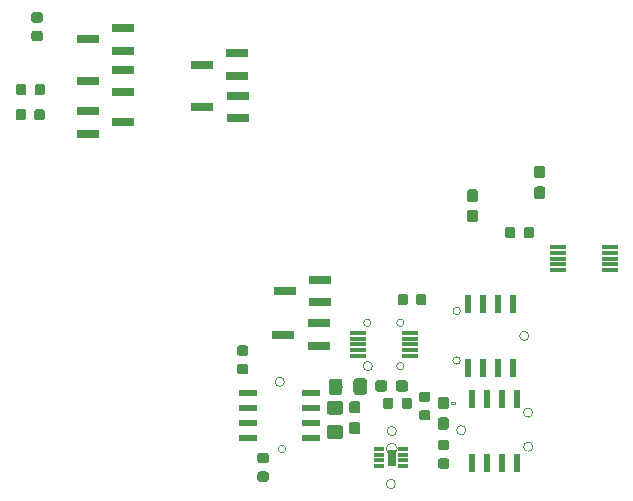
<source format=gtp>
G04 #@! TF.GenerationSoftware,KiCad,Pcbnew,5.1.4-e60b266~84~ubuntu16.04.1*
G04 #@! TF.CreationDate,2019-10-07T18:08:49-05:00*
G04 #@! TF.ProjectId,uno shield v.8 project SMD,756e6f20-7368-4696-956c-6420762e3820,rev?*
G04 #@! TF.SameCoordinates,Original*
G04 #@! TF.FileFunction,Paste,Top*
G04 #@! TF.FilePolarity,Positive*
%FSLAX46Y46*%
G04 Gerber Fmt 4.6, Leading zero omitted, Abs format (unit mm)*
G04 Created by KiCad (PCBNEW 5.1.4-e60b266~84~ubuntu16.04.1) date 2019-10-07 18:08:49*
%MOMM*%
%LPD*%
G04 APERTURE LIST*
%ADD10C,0.080000*%
%ADD11C,0.001000*%
%ADD12C,0.100000*%
%ADD13C,0.875000*%
%ADD14C,0.950000*%
%ADD15R,1.400000X0.300000*%
%ADD16R,0.863600X0.300000*%
%ADD17R,1.900000X0.800000*%
%ADD18R,0.600000X1.550000*%
%ADD19R,1.550000X0.600000*%
%ADD20C,1.150000*%
%ADD21C,1.135800*%
G04 APERTURE END LIST*
D10*
X137773182Y-121006608D02*
G75*
G03X137773182Y-121006608I-315284J0D01*
G01*
X147205275Y-120981252D02*
G75*
G03X147205275Y-120981252I-461570J0D01*
G01*
X152553396Y-113510306D02*
G75*
G03X152553396Y-113510306I-315284J0D01*
G01*
X158360718Y-111419640D02*
G75*
G03X158360718Y-111419640I-390498J0D01*
G01*
X152551647Y-109315411D02*
G75*
G03X152551647Y-109315411I-315284J0D01*
G01*
X147789772Y-113990414D02*
G75*
G03X147789772Y-113990414I-315284J0D01*
G01*
X147787523Y-110322000D02*
G75*
G03X147787523Y-110322000I-315284J0D01*
G01*
X144983308Y-110315673D02*
G75*
G03X144983308Y-110315673I-315284J0D01*
G01*
X158685838Y-117911880D02*
G75*
G03X158685838Y-117911880I-390498J0D01*
G01*
X158690918Y-120799860D02*
G75*
G03X158690918Y-120799860I-390498J0D01*
G01*
X153016558Y-119413020D02*
G75*
G03X153016558Y-119413020I-390498J0D01*
G01*
X147065338Y-123959620D02*
G75*
G03X147065338Y-123959620I-390498J0D01*
G01*
X147144078Y-119481600D02*
G75*
G03X147144078Y-119481600I-390498J0D01*
G01*
X137654638Y-115303300D02*
G75*
G03X137654638Y-115303300I-390498J0D01*
G01*
X145112078Y-113979960D02*
G75*
G03X145112078Y-113979960I-390498J0D01*
G01*
D11*
X152091820Y-117208740D02*
X151755799Y-117208740D01*
X151755799Y-117208740D02*
X151755765Y-116988740D01*
X152091820Y-116988740D02*
X152091820Y-117208740D01*
X151755799Y-116988740D02*
X152091820Y-116988740D01*
G36*
X146980000Y-122335000D02*
G01*
X146980000Y-121075000D01*
X146400000Y-121075000D01*
X146400000Y-122335000D01*
X146980000Y-122335000D01*
G37*
X146980000Y-122335000D02*
X146980000Y-121075000D01*
X146400000Y-121075000D01*
X146400000Y-122335000D01*
X146980000Y-122335000D01*
D12*
G36*
X146686331Y-116650533D02*
G01*
X146707566Y-116653683D01*
X146728390Y-116658899D01*
X146748602Y-116666131D01*
X146768008Y-116675310D01*
X146786421Y-116686346D01*
X146803664Y-116699134D01*
X146819570Y-116713550D01*
X146833986Y-116729456D01*
X146846774Y-116746699D01*
X146857810Y-116765112D01*
X146866989Y-116784518D01*
X146874221Y-116804730D01*
X146879437Y-116825554D01*
X146882587Y-116846789D01*
X146883640Y-116868230D01*
X146883640Y-117380730D01*
X146882587Y-117402171D01*
X146879437Y-117423406D01*
X146874221Y-117444230D01*
X146866989Y-117464442D01*
X146857810Y-117483848D01*
X146846774Y-117502261D01*
X146833986Y-117519504D01*
X146819570Y-117535410D01*
X146803664Y-117549826D01*
X146786421Y-117562614D01*
X146768008Y-117573650D01*
X146748602Y-117582829D01*
X146728390Y-117590061D01*
X146707566Y-117595277D01*
X146686331Y-117598427D01*
X146664890Y-117599480D01*
X146227390Y-117599480D01*
X146205949Y-117598427D01*
X146184714Y-117595277D01*
X146163890Y-117590061D01*
X146143678Y-117582829D01*
X146124272Y-117573650D01*
X146105859Y-117562614D01*
X146088616Y-117549826D01*
X146072710Y-117535410D01*
X146058294Y-117519504D01*
X146045506Y-117502261D01*
X146034470Y-117483848D01*
X146025291Y-117464442D01*
X146018059Y-117444230D01*
X146012843Y-117423406D01*
X146009693Y-117402171D01*
X146008640Y-117380730D01*
X146008640Y-116868230D01*
X146009693Y-116846789D01*
X146012843Y-116825554D01*
X146018059Y-116804730D01*
X146025291Y-116784518D01*
X146034470Y-116765112D01*
X146045506Y-116746699D01*
X146058294Y-116729456D01*
X146072710Y-116713550D01*
X146088616Y-116699134D01*
X146105859Y-116686346D01*
X146124272Y-116675310D01*
X146143678Y-116666131D01*
X146163890Y-116658899D01*
X146184714Y-116653683D01*
X146205949Y-116650533D01*
X146227390Y-116649480D01*
X146664890Y-116649480D01*
X146686331Y-116650533D01*
X146686331Y-116650533D01*
G37*
D13*
X146446140Y-117124480D03*
D12*
G36*
X148261331Y-116650533D02*
G01*
X148282566Y-116653683D01*
X148303390Y-116658899D01*
X148323602Y-116666131D01*
X148343008Y-116675310D01*
X148361421Y-116686346D01*
X148378664Y-116699134D01*
X148394570Y-116713550D01*
X148408986Y-116729456D01*
X148421774Y-116746699D01*
X148432810Y-116765112D01*
X148441989Y-116784518D01*
X148449221Y-116804730D01*
X148454437Y-116825554D01*
X148457587Y-116846789D01*
X148458640Y-116868230D01*
X148458640Y-117380730D01*
X148457587Y-117402171D01*
X148454437Y-117423406D01*
X148449221Y-117444230D01*
X148441989Y-117464442D01*
X148432810Y-117483848D01*
X148421774Y-117502261D01*
X148408986Y-117519504D01*
X148394570Y-117535410D01*
X148378664Y-117549826D01*
X148361421Y-117562614D01*
X148343008Y-117573650D01*
X148323602Y-117582829D01*
X148303390Y-117590061D01*
X148282566Y-117595277D01*
X148261331Y-117598427D01*
X148239890Y-117599480D01*
X147802390Y-117599480D01*
X147780949Y-117598427D01*
X147759714Y-117595277D01*
X147738890Y-117590061D01*
X147718678Y-117582829D01*
X147699272Y-117573650D01*
X147680859Y-117562614D01*
X147663616Y-117549826D01*
X147647710Y-117535410D01*
X147633294Y-117519504D01*
X147620506Y-117502261D01*
X147609470Y-117483848D01*
X147600291Y-117464442D01*
X147593059Y-117444230D01*
X147587843Y-117423406D01*
X147584693Y-117402171D01*
X147583640Y-117380730D01*
X147583640Y-116868230D01*
X147584693Y-116846789D01*
X147587843Y-116825554D01*
X147593059Y-116804730D01*
X147600291Y-116784518D01*
X147609470Y-116765112D01*
X147620506Y-116746699D01*
X147633294Y-116729456D01*
X147647710Y-116713550D01*
X147663616Y-116699134D01*
X147680859Y-116686346D01*
X147699272Y-116675310D01*
X147718678Y-116666131D01*
X147738890Y-116658899D01*
X147759714Y-116653683D01*
X147780949Y-116650533D01*
X147802390Y-116649480D01*
X148239890Y-116649480D01*
X148261331Y-116650533D01*
X148261331Y-116650533D01*
G37*
D13*
X148021140Y-117124480D03*
D12*
G36*
X143882539Y-116942284D02*
G01*
X143905594Y-116945703D01*
X143928203Y-116951367D01*
X143950147Y-116959219D01*
X143971217Y-116969184D01*
X143991208Y-116981166D01*
X144009928Y-116995050D01*
X144027198Y-117010702D01*
X144042850Y-117027972D01*
X144056734Y-117046692D01*
X144068716Y-117066683D01*
X144078681Y-117087753D01*
X144086533Y-117109697D01*
X144092197Y-117132306D01*
X144095616Y-117155361D01*
X144096760Y-117178640D01*
X144096760Y-117753640D01*
X144095616Y-117776919D01*
X144092197Y-117799974D01*
X144086533Y-117822583D01*
X144078681Y-117844527D01*
X144068716Y-117865597D01*
X144056734Y-117885588D01*
X144042850Y-117904308D01*
X144027198Y-117921578D01*
X144009928Y-117937230D01*
X143991208Y-117951114D01*
X143971217Y-117963096D01*
X143950147Y-117973061D01*
X143928203Y-117980913D01*
X143905594Y-117986577D01*
X143882539Y-117989996D01*
X143859260Y-117991140D01*
X143384260Y-117991140D01*
X143360981Y-117989996D01*
X143337926Y-117986577D01*
X143315317Y-117980913D01*
X143293373Y-117973061D01*
X143272303Y-117963096D01*
X143252312Y-117951114D01*
X143233592Y-117937230D01*
X143216322Y-117921578D01*
X143200670Y-117904308D01*
X143186786Y-117885588D01*
X143174804Y-117865597D01*
X143164839Y-117844527D01*
X143156987Y-117822583D01*
X143151323Y-117799974D01*
X143147904Y-117776919D01*
X143146760Y-117753640D01*
X143146760Y-117178640D01*
X143147904Y-117155361D01*
X143151323Y-117132306D01*
X143156987Y-117109697D01*
X143164839Y-117087753D01*
X143174804Y-117066683D01*
X143186786Y-117046692D01*
X143200670Y-117027972D01*
X143216322Y-117010702D01*
X143233592Y-116995050D01*
X143252312Y-116981166D01*
X143272303Y-116969184D01*
X143293373Y-116959219D01*
X143315317Y-116951367D01*
X143337926Y-116945703D01*
X143360981Y-116942284D01*
X143384260Y-116941140D01*
X143859260Y-116941140D01*
X143882539Y-116942284D01*
X143882539Y-116942284D01*
G37*
D14*
X143621760Y-117466140D03*
D12*
G36*
X143882539Y-118692284D02*
G01*
X143905594Y-118695703D01*
X143928203Y-118701367D01*
X143950147Y-118709219D01*
X143971217Y-118719184D01*
X143991208Y-118731166D01*
X144009928Y-118745050D01*
X144027198Y-118760702D01*
X144042850Y-118777972D01*
X144056734Y-118796692D01*
X144068716Y-118816683D01*
X144078681Y-118837753D01*
X144086533Y-118859697D01*
X144092197Y-118882306D01*
X144095616Y-118905361D01*
X144096760Y-118928640D01*
X144096760Y-119503640D01*
X144095616Y-119526919D01*
X144092197Y-119549974D01*
X144086533Y-119572583D01*
X144078681Y-119594527D01*
X144068716Y-119615597D01*
X144056734Y-119635588D01*
X144042850Y-119654308D01*
X144027198Y-119671578D01*
X144009928Y-119687230D01*
X143991208Y-119701114D01*
X143971217Y-119713096D01*
X143950147Y-119723061D01*
X143928203Y-119730913D01*
X143905594Y-119736577D01*
X143882539Y-119739996D01*
X143859260Y-119741140D01*
X143384260Y-119741140D01*
X143360981Y-119739996D01*
X143337926Y-119736577D01*
X143315317Y-119730913D01*
X143293373Y-119723061D01*
X143272303Y-119713096D01*
X143252312Y-119701114D01*
X143233592Y-119687230D01*
X143216322Y-119671578D01*
X143200670Y-119654308D01*
X143186786Y-119635588D01*
X143174804Y-119615597D01*
X143164839Y-119594527D01*
X143156987Y-119572583D01*
X143151323Y-119549974D01*
X143147904Y-119526919D01*
X143146760Y-119503640D01*
X143146760Y-118928640D01*
X143147904Y-118905361D01*
X143151323Y-118882306D01*
X143156987Y-118859697D01*
X143164839Y-118837753D01*
X143174804Y-118816683D01*
X143186786Y-118796692D01*
X143200670Y-118777972D01*
X143216322Y-118760702D01*
X143233592Y-118745050D01*
X143252312Y-118731166D01*
X143272303Y-118719184D01*
X143293373Y-118709219D01*
X143315317Y-118701367D01*
X143337926Y-118695703D01*
X143360981Y-118692284D01*
X143384260Y-118691140D01*
X143859260Y-118691140D01*
X143882539Y-118692284D01*
X143882539Y-118692284D01*
G37*
D14*
X143621760Y-119216140D03*
D12*
G36*
X157012691Y-102216053D02*
G01*
X157033926Y-102219203D01*
X157054750Y-102224419D01*
X157074962Y-102231651D01*
X157094368Y-102240830D01*
X157112781Y-102251866D01*
X157130024Y-102264654D01*
X157145930Y-102279070D01*
X157160346Y-102294976D01*
X157173134Y-102312219D01*
X157184170Y-102330632D01*
X157193349Y-102350038D01*
X157200581Y-102370250D01*
X157205797Y-102391074D01*
X157208947Y-102412309D01*
X157210000Y-102433750D01*
X157210000Y-102946250D01*
X157208947Y-102967691D01*
X157205797Y-102988926D01*
X157200581Y-103009750D01*
X157193349Y-103029962D01*
X157184170Y-103049368D01*
X157173134Y-103067781D01*
X157160346Y-103085024D01*
X157145930Y-103100930D01*
X157130024Y-103115346D01*
X157112781Y-103128134D01*
X157094368Y-103139170D01*
X157074962Y-103148349D01*
X157054750Y-103155581D01*
X157033926Y-103160797D01*
X157012691Y-103163947D01*
X156991250Y-103165000D01*
X156553750Y-103165000D01*
X156532309Y-103163947D01*
X156511074Y-103160797D01*
X156490250Y-103155581D01*
X156470038Y-103148349D01*
X156450632Y-103139170D01*
X156432219Y-103128134D01*
X156414976Y-103115346D01*
X156399070Y-103100930D01*
X156384654Y-103085024D01*
X156371866Y-103067781D01*
X156360830Y-103049368D01*
X156351651Y-103029962D01*
X156344419Y-103009750D01*
X156339203Y-102988926D01*
X156336053Y-102967691D01*
X156335000Y-102946250D01*
X156335000Y-102433750D01*
X156336053Y-102412309D01*
X156339203Y-102391074D01*
X156344419Y-102370250D01*
X156351651Y-102350038D01*
X156360830Y-102330632D01*
X156371866Y-102312219D01*
X156384654Y-102294976D01*
X156399070Y-102279070D01*
X156414976Y-102264654D01*
X156432219Y-102251866D01*
X156450632Y-102240830D01*
X156470038Y-102231651D01*
X156490250Y-102224419D01*
X156511074Y-102219203D01*
X156532309Y-102216053D01*
X156553750Y-102215000D01*
X156991250Y-102215000D01*
X157012691Y-102216053D01*
X157012691Y-102216053D01*
G37*
D13*
X156772500Y-102690000D03*
D12*
G36*
X158587691Y-102216053D02*
G01*
X158608926Y-102219203D01*
X158629750Y-102224419D01*
X158649962Y-102231651D01*
X158669368Y-102240830D01*
X158687781Y-102251866D01*
X158705024Y-102264654D01*
X158720930Y-102279070D01*
X158735346Y-102294976D01*
X158748134Y-102312219D01*
X158759170Y-102330632D01*
X158768349Y-102350038D01*
X158775581Y-102370250D01*
X158780797Y-102391074D01*
X158783947Y-102412309D01*
X158785000Y-102433750D01*
X158785000Y-102946250D01*
X158783947Y-102967691D01*
X158780797Y-102988926D01*
X158775581Y-103009750D01*
X158768349Y-103029962D01*
X158759170Y-103049368D01*
X158748134Y-103067781D01*
X158735346Y-103085024D01*
X158720930Y-103100930D01*
X158705024Y-103115346D01*
X158687781Y-103128134D01*
X158669368Y-103139170D01*
X158649962Y-103148349D01*
X158629750Y-103155581D01*
X158608926Y-103160797D01*
X158587691Y-103163947D01*
X158566250Y-103165000D01*
X158128750Y-103165000D01*
X158107309Y-103163947D01*
X158086074Y-103160797D01*
X158065250Y-103155581D01*
X158045038Y-103148349D01*
X158025632Y-103139170D01*
X158007219Y-103128134D01*
X157989976Y-103115346D01*
X157974070Y-103100930D01*
X157959654Y-103085024D01*
X157946866Y-103067781D01*
X157935830Y-103049368D01*
X157926651Y-103029962D01*
X157919419Y-103009750D01*
X157914203Y-102988926D01*
X157911053Y-102967691D01*
X157910000Y-102946250D01*
X157910000Y-102433750D01*
X157911053Y-102412309D01*
X157914203Y-102391074D01*
X157919419Y-102370250D01*
X157926651Y-102350038D01*
X157935830Y-102330632D01*
X157946866Y-102312219D01*
X157959654Y-102294976D01*
X157974070Y-102279070D01*
X157989976Y-102264654D01*
X158007219Y-102251866D01*
X158025632Y-102240830D01*
X158045038Y-102231651D01*
X158065250Y-102224419D01*
X158086074Y-102219203D01*
X158107309Y-102216053D01*
X158128750Y-102215000D01*
X158566250Y-102215000D01*
X158587691Y-102216053D01*
X158587691Y-102216053D01*
G37*
D13*
X158347500Y-102690000D03*
D15*
X143870000Y-111150000D03*
X143870000Y-111650000D03*
X143870000Y-112150000D03*
X143870000Y-112650000D03*
X143870000Y-113150000D03*
X148270000Y-113150000D03*
X148270000Y-112650000D03*
X148270000Y-112150000D03*
X148270000Y-111650000D03*
X148270000Y-111150000D03*
D16*
X145686700Y-122465000D03*
X145650000Y-121965000D03*
X145650000Y-121465000D03*
X145686700Y-120965000D03*
X147693300Y-120965000D03*
X147730000Y-121465000D03*
X147730000Y-121965000D03*
X147693300Y-122465000D03*
D12*
G36*
X153844419Y-99017504D02*
G01*
X153867474Y-99020923D01*
X153890083Y-99026587D01*
X153912027Y-99034439D01*
X153933097Y-99044404D01*
X153953088Y-99056386D01*
X153971808Y-99070270D01*
X153989078Y-99085922D01*
X154004730Y-99103192D01*
X154018614Y-99121912D01*
X154030596Y-99141903D01*
X154040561Y-99162973D01*
X154048413Y-99184917D01*
X154054077Y-99207526D01*
X154057496Y-99230581D01*
X154058640Y-99253860D01*
X154058640Y-99828860D01*
X154057496Y-99852139D01*
X154054077Y-99875194D01*
X154048413Y-99897803D01*
X154040561Y-99919747D01*
X154030596Y-99940817D01*
X154018614Y-99960808D01*
X154004730Y-99979528D01*
X153989078Y-99996798D01*
X153971808Y-100012450D01*
X153953088Y-100026334D01*
X153933097Y-100038316D01*
X153912027Y-100048281D01*
X153890083Y-100056133D01*
X153867474Y-100061797D01*
X153844419Y-100065216D01*
X153821140Y-100066360D01*
X153346140Y-100066360D01*
X153322861Y-100065216D01*
X153299806Y-100061797D01*
X153277197Y-100056133D01*
X153255253Y-100048281D01*
X153234183Y-100038316D01*
X153214192Y-100026334D01*
X153195472Y-100012450D01*
X153178202Y-99996798D01*
X153162550Y-99979528D01*
X153148666Y-99960808D01*
X153136684Y-99940817D01*
X153126719Y-99919747D01*
X153118867Y-99897803D01*
X153113203Y-99875194D01*
X153109784Y-99852139D01*
X153108640Y-99828860D01*
X153108640Y-99253860D01*
X153109784Y-99230581D01*
X153113203Y-99207526D01*
X153118867Y-99184917D01*
X153126719Y-99162973D01*
X153136684Y-99141903D01*
X153148666Y-99121912D01*
X153162550Y-99103192D01*
X153178202Y-99085922D01*
X153195472Y-99070270D01*
X153214192Y-99056386D01*
X153234183Y-99044404D01*
X153255253Y-99034439D01*
X153277197Y-99026587D01*
X153299806Y-99020923D01*
X153322861Y-99017504D01*
X153346140Y-99016360D01*
X153821140Y-99016360D01*
X153844419Y-99017504D01*
X153844419Y-99017504D01*
G37*
D14*
X153583640Y-99541360D03*
D12*
G36*
X153844419Y-100767504D02*
G01*
X153867474Y-100770923D01*
X153890083Y-100776587D01*
X153912027Y-100784439D01*
X153933097Y-100794404D01*
X153953088Y-100806386D01*
X153971808Y-100820270D01*
X153989078Y-100835922D01*
X154004730Y-100853192D01*
X154018614Y-100871912D01*
X154030596Y-100891903D01*
X154040561Y-100912973D01*
X154048413Y-100934917D01*
X154054077Y-100957526D01*
X154057496Y-100980581D01*
X154058640Y-101003860D01*
X154058640Y-101578860D01*
X154057496Y-101602139D01*
X154054077Y-101625194D01*
X154048413Y-101647803D01*
X154040561Y-101669747D01*
X154030596Y-101690817D01*
X154018614Y-101710808D01*
X154004730Y-101729528D01*
X153989078Y-101746798D01*
X153971808Y-101762450D01*
X153953088Y-101776334D01*
X153933097Y-101788316D01*
X153912027Y-101798281D01*
X153890083Y-101806133D01*
X153867474Y-101811797D01*
X153844419Y-101815216D01*
X153821140Y-101816360D01*
X153346140Y-101816360D01*
X153322861Y-101815216D01*
X153299806Y-101811797D01*
X153277197Y-101806133D01*
X153255253Y-101798281D01*
X153234183Y-101788316D01*
X153214192Y-101776334D01*
X153195472Y-101762450D01*
X153178202Y-101746798D01*
X153162550Y-101729528D01*
X153148666Y-101710808D01*
X153136684Y-101690817D01*
X153126719Y-101669747D01*
X153118867Y-101647803D01*
X153113203Y-101625194D01*
X153109784Y-101602139D01*
X153108640Y-101578860D01*
X153108640Y-101003860D01*
X153109784Y-100980581D01*
X153113203Y-100957526D01*
X153118867Y-100934917D01*
X153126719Y-100912973D01*
X153136684Y-100891903D01*
X153148666Y-100871912D01*
X153162550Y-100853192D01*
X153178202Y-100835922D01*
X153195472Y-100820270D01*
X153214192Y-100806386D01*
X153234183Y-100794404D01*
X153255253Y-100784439D01*
X153277197Y-100776587D01*
X153299806Y-100770923D01*
X153322861Y-100767504D01*
X153346140Y-100766360D01*
X153821140Y-100766360D01*
X153844419Y-100767504D01*
X153844419Y-100767504D01*
G37*
D14*
X153583640Y-101291360D03*
D12*
G36*
X159530779Y-98771144D02*
G01*
X159553834Y-98774563D01*
X159576443Y-98780227D01*
X159598387Y-98788079D01*
X159619457Y-98798044D01*
X159639448Y-98810026D01*
X159658168Y-98823910D01*
X159675438Y-98839562D01*
X159691090Y-98856832D01*
X159704974Y-98875552D01*
X159716956Y-98895543D01*
X159726921Y-98916613D01*
X159734773Y-98938557D01*
X159740437Y-98961166D01*
X159743856Y-98984221D01*
X159745000Y-99007500D01*
X159745000Y-99582500D01*
X159743856Y-99605779D01*
X159740437Y-99628834D01*
X159734773Y-99651443D01*
X159726921Y-99673387D01*
X159716956Y-99694457D01*
X159704974Y-99714448D01*
X159691090Y-99733168D01*
X159675438Y-99750438D01*
X159658168Y-99766090D01*
X159639448Y-99779974D01*
X159619457Y-99791956D01*
X159598387Y-99801921D01*
X159576443Y-99809773D01*
X159553834Y-99815437D01*
X159530779Y-99818856D01*
X159507500Y-99820000D01*
X159032500Y-99820000D01*
X159009221Y-99818856D01*
X158986166Y-99815437D01*
X158963557Y-99809773D01*
X158941613Y-99801921D01*
X158920543Y-99791956D01*
X158900552Y-99779974D01*
X158881832Y-99766090D01*
X158864562Y-99750438D01*
X158848910Y-99733168D01*
X158835026Y-99714448D01*
X158823044Y-99694457D01*
X158813079Y-99673387D01*
X158805227Y-99651443D01*
X158799563Y-99628834D01*
X158796144Y-99605779D01*
X158795000Y-99582500D01*
X158795000Y-99007500D01*
X158796144Y-98984221D01*
X158799563Y-98961166D01*
X158805227Y-98938557D01*
X158813079Y-98916613D01*
X158823044Y-98895543D01*
X158835026Y-98875552D01*
X158848910Y-98856832D01*
X158864562Y-98839562D01*
X158881832Y-98823910D01*
X158900552Y-98810026D01*
X158920543Y-98798044D01*
X158941613Y-98788079D01*
X158963557Y-98780227D01*
X158986166Y-98774563D01*
X159009221Y-98771144D01*
X159032500Y-98770000D01*
X159507500Y-98770000D01*
X159530779Y-98771144D01*
X159530779Y-98771144D01*
G37*
D14*
X159270000Y-99295000D03*
D12*
G36*
X159530779Y-97021144D02*
G01*
X159553834Y-97024563D01*
X159576443Y-97030227D01*
X159598387Y-97038079D01*
X159619457Y-97048044D01*
X159639448Y-97060026D01*
X159658168Y-97073910D01*
X159675438Y-97089562D01*
X159691090Y-97106832D01*
X159704974Y-97125552D01*
X159716956Y-97145543D01*
X159726921Y-97166613D01*
X159734773Y-97188557D01*
X159740437Y-97211166D01*
X159743856Y-97234221D01*
X159745000Y-97257500D01*
X159745000Y-97832500D01*
X159743856Y-97855779D01*
X159740437Y-97878834D01*
X159734773Y-97901443D01*
X159726921Y-97923387D01*
X159716956Y-97944457D01*
X159704974Y-97964448D01*
X159691090Y-97983168D01*
X159675438Y-98000438D01*
X159658168Y-98016090D01*
X159639448Y-98029974D01*
X159619457Y-98041956D01*
X159598387Y-98051921D01*
X159576443Y-98059773D01*
X159553834Y-98065437D01*
X159530779Y-98068856D01*
X159507500Y-98070000D01*
X159032500Y-98070000D01*
X159009221Y-98068856D01*
X158986166Y-98065437D01*
X158963557Y-98059773D01*
X158941613Y-98051921D01*
X158920543Y-98041956D01*
X158900552Y-98029974D01*
X158881832Y-98016090D01*
X158864562Y-98000438D01*
X158848910Y-97983168D01*
X158835026Y-97964448D01*
X158823044Y-97944457D01*
X158813079Y-97923387D01*
X158805227Y-97901443D01*
X158799563Y-97878834D01*
X158796144Y-97855779D01*
X158795000Y-97832500D01*
X158795000Y-97257500D01*
X158796144Y-97234221D01*
X158799563Y-97211166D01*
X158805227Y-97188557D01*
X158813079Y-97166613D01*
X158823044Y-97145543D01*
X158835026Y-97125552D01*
X158848910Y-97106832D01*
X158864562Y-97089562D01*
X158881832Y-97073910D01*
X158900552Y-97060026D01*
X158920543Y-97048044D01*
X158941613Y-97038079D01*
X158963557Y-97030227D01*
X158986166Y-97024563D01*
X159009221Y-97021144D01*
X159032500Y-97020000D01*
X159507500Y-97020000D01*
X159530779Y-97021144D01*
X159530779Y-97021144D01*
G37*
D14*
X159270000Y-97545000D03*
D12*
G36*
X151360379Y-118324644D02*
G01*
X151383434Y-118328063D01*
X151406043Y-118333727D01*
X151427987Y-118341579D01*
X151449057Y-118351544D01*
X151469048Y-118363526D01*
X151487768Y-118377410D01*
X151505038Y-118393062D01*
X151520690Y-118410332D01*
X151534574Y-118429052D01*
X151546556Y-118449043D01*
X151556521Y-118470113D01*
X151564373Y-118492057D01*
X151570037Y-118514666D01*
X151573456Y-118537721D01*
X151574600Y-118561000D01*
X151574600Y-119136000D01*
X151573456Y-119159279D01*
X151570037Y-119182334D01*
X151564373Y-119204943D01*
X151556521Y-119226887D01*
X151546556Y-119247957D01*
X151534574Y-119267948D01*
X151520690Y-119286668D01*
X151505038Y-119303938D01*
X151487768Y-119319590D01*
X151469048Y-119333474D01*
X151449057Y-119345456D01*
X151427987Y-119355421D01*
X151406043Y-119363273D01*
X151383434Y-119368937D01*
X151360379Y-119372356D01*
X151337100Y-119373500D01*
X150862100Y-119373500D01*
X150838821Y-119372356D01*
X150815766Y-119368937D01*
X150793157Y-119363273D01*
X150771213Y-119355421D01*
X150750143Y-119345456D01*
X150730152Y-119333474D01*
X150711432Y-119319590D01*
X150694162Y-119303938D01*
X150678510Y-119286668D01*
X150664626Y-119267948D01*
X150652644Y-119247957D01*
X150642679Y-119226887D01*
X150634827Y-119204943D01*
X150629163Y-119182334D01*
X150625744Y-119159279D01*
X150624600Y-119136000D01*
X150624600Y-118561000D01*
X150625744Y-118537721D01*
X150629163Y-118514666D01*
X150634827Y-118492057D01*
X150642679Y-118470113D01*
X150652644Y-118449043D01*
X150664626Y-118429052D01*
X150678510Y-118410332D01*
X150694162Y-118393062D01*
X150711432Y-118377410D01*
X150730152Y-118363526D01*
X150750143Y-118351544D01*
X150771213Y-118341579D01*
X150793157Y-118333727D01*
X150815766Y-118328063D01*
X150838821Y-118324644D01*
X150862100Y-118323500D01*
X151337100Y-118323500D01*
X151360379Y-118324644D01*
X151360379Y-118324644D01*
G37*
D14*
X151099600Y-118848500D03*
D12*
G36*
X151360379Y-116574644D02*
G01*
X151383434Y-116578063D01*
X151406043Y-116583727D01*
X151427987Y-116591579D01*
X151449057Y-116601544D01*
X151469048Y-116613526D01*
X151487768Y-116627410D01*
X151505038Y-116643062D01*
X151520690Y-116660332D01*
X151534574Y-116679052D01*
X151546556Y-116699043D01*
X151556521Y-116720113D01*
X151564373Y-116742057D01*
X151570037Y-116764666D01*
X151573456Y-116787721D01*
X151574600Y-116811000D01*
X151574600Y-117386000D01*
X151573456Y-117409279D01*
X151570037Y-117432334D01*
X151564373Y-117454943D01*
X151556521Y-117476887D01*
X151546556Y-117497957D01*
X151534574Y-117517948D01*
X151520690Y-117536668D01*
X151505038Y-117553938D01*
X151487768Y-117569590D01*
X151469048Y-117583474D01*
X151449057Y-117595456D01*
X151427987Y-117605421D01*
X151406043Y-117613273D01*
X151383434Y-117618937D01*
X151360379Y-117622356D01*
X151337100Y-117623500D01*
X150862100Y-117623500D01*
X150838821Y-117622356D01*
X150815766Y-117618937D01*
X150793157Y-117613273D01*
X150771213Y-117605421D01*
X150750143Y-117595456D01*
X150730152Y-117583474D01*
X150711432Y-117569590D01*
X150694162Y-117553938D01*
X150678510Y-117536668D01*
X150664626Y-117517948D01*
X150652644Y-117497957D01*
X150642679Y-117476887D01*
X150634827Y-117454943D01*
X150629163Y-117432334D01*
X150625744Y-117409279D01*
X150624600Y-117386000D01*
X150624600Y-116811000D01*
X150625744Y-116787721D01*
X150629163Y-116764666D01*
X150634827Y-116742057D01*
X150642679Y-116720113D01*
X150652644Y-116699043D01*
X150664626Y-116679052D01*
X150678510Y-116660332D01*
X150694162Y-116643062D01*
X150711432Y-116627410D01*
X150730152Y-116613526D01*
X150750143Y-116601544D01*
X150771213Y-116591579D01*
X150793157Y-116583727D01*
X150815766Y-116578063D01*
X150838821Y-116574644D01*
X150862100Y-116573500D01*
X151337100Y-116573500D01*
X151360379Y-116574644D01*
X151360379Y-116574644D01*
G37*
D14*
X151099600Y-117098500D03*
D17*
X124030000Y-87270000D03*
X124030000Y-85370000D03*
X121030000Y-86320000D03*
X124030000Y-90800000D03*
X124030000Y-88900000D03*
X121030000Y-89850000D03*
X121030000Y-92400000D03*
X121030000Y-94300000D03*
X124030000Y-93350000D03*
X133680000Y-89400000D03*
X133680000Y-87500000D03*
X130680000Y-88450000D03*
X133710000Y-92980000D03*
X133710000Y-91080000D03*
X130710000Y-92030000D03*
D12*
G36*
X115582691Y-92226053D02*
G01*
X115603926Y-92229203D01*
X115624750Y-92234419D01*
X115644962Y-92241651D01*
X115664368Y-92250830D01*
X115682781Y-92261866D01*
X115700024Y-92274654D01*
X115715930Y-92289070D01*
X115730346Y-92304976D01*
X115743134Y-92322219D01*
X115754170Y-92340632D01*
X115763349Y-92360038D01*
X115770581Y-92380250D01*
X115775797Y-92401074D01*
X115778947Y-92422309D01*
X115780000Y-92443750D01*
X115780000Y-92956250D01*
X115778947Y-92977691D01*
X115775797Y-92998926D01*
X115770581Y-93019750D01*
X115763349Y-93039962D01*
X115754170Y-93059368D01*
X115743134Y-93077781D01*
X115730346Y-93095024D01*
X115715930Y-93110930D01*
X115700024Y-93125346D01*
X115682781Y-93138134D01*
X115664368Y-93149170D01*
X115644962Y-93158349D01*
X115624750Y-93165581D01*
X115603926Y-93170797D01*
X115582691Y-93173947D01*
X115561250Y-93175000D01*
X115123750Y-93175000D01*
X115102309Y-93173947D01*
X115081074Y-93170797D01*
X115060250Y-93165581D01*
X115040038Y-93158349D01*
X115020632Y-93149170D01*
X115002219Y-93138134D01*
X114984976Y-93125346D01*
X114969070Y-93110930D01*
X114954654Y-93095024D01*
X114941866Y-93077781D01*
X114930830Y-93059368D01*
X114921651Y-93039962D01*
X114914419Y-93019750D01*
X114909203Y-92998926D01*
X114906053Y-92977691D01*
X114905000Y-92956250D01*
X114905000Y-92443750D01*
X114906053Y-92422309D01*
X114909203Y-92401074D01*
X114914419Y-92380250D01*
X114921651Y-92360038D01*
X114930830Y-92340632D01*
X114941866Y-92322219D01*
X114954654Y-92304976D01*
X114969070Y-92289070D01*
X114984976Y-92274654D01*
X115002219Y-92261866D01*
X115020632Y-92250830D01*
X115040038Y-92241651D01*
X115060250Y-92234419D01*
X115081074Y-92229203D01*
X115102309Y-92226053D01*
X115123750Y-92225000D01*
X115561250Y-92225000D01*
X115582691Y-92226053D01*
X115582691Y-92226053D01*
G37*
D13*
X115342500Y-92700000D03*
D12*
G36*
X117157691Y-92226053D02*
G01*
X117178926Y-92229203D01*
X117199750Y-92234419D01*
X117219962Y-92241651D01*
X117239368Y-92250830D01*
X117257781Y-92261866D01*
X117275024Y-92274654D01*
X117290930Y-92289070D01*
X117305346Y-92304976D01*
X117318134Y-92322219D01*
X117329170Y-92340632D01*
X117338349Y-92360038D01*
X117345581Y-92380250D01*
X117350797Y-92401074D01*
X117353947Y-92422309D01*
X117355000Y-92443750D01*
X117355000Y-92956250D01*
X117353947Y-92977691D01*
X117350797Y-92998926D01*
X117345581Y-93019750D01*
X117338349Y-93039962D01*
X117329170Y-93059368D01*
X117318134Y-93077781D01*
X117305346Y-93095024D01*
X117290930Y-93110930D01*
X117275024Y-93125346D01*
X117257781Y-93138134D01*
X117239368Y-93149170D01*
X117219962Y-93158349D01*
X117199750Y-93165581D01*
X117178926Y-93170797D01*
X117157691Y-93173947D01*
X117136250Y-93175000D01*
X116698750Y-93175000D01*
X116677309Y-93173947D01*
X116656074Y-93170797D01*
X116635250Y-93165581D01*
X116615038Y-93158349D01*
X116595632Y-93149170D01*
X116577219Y-93138134D01*
X116559976Y-93125346D01*
X116544070Y-93110930D01*
X116529654Y-93095024D01*
X116516866Y-93077781D01*
X116505830Y-93059368D01*
X116496651Y-93039962D01*
X116489419Y-93019750D01*
X116484203Y-92998926D01*
X116481053Y-92977691D01*
X116480000Y-92956250D01*
X116480000Y-92443750D01*
X116481053Y-92422309D01*
X116484203Y-92401074D01*
X116489419Y-92380250D01*
X116496651Y-92360038D01*
X116505830Y-92340632D01*
X116516866Y-92322219D01*
X116529654Y-92304976D01*
X116544070Y-92289070D01*
X116559976Y-92274654D01*
X116577219Y-92261866D01*
X116595632Y-92250830D01*
X116615038Y-92241651D01*
X116635250Y-92234419D01*
X116656074Y-92229203D01*
X116677309Y-92226053D01*
X116698750Y-92225000D01*
X117136250Y-92225000D01*
X117157691Y-92226053D01*
X117157691Y-92226053D01*
G37*
D13*
X116917500Y-92700000D03*
D12*
G36*
X116987691Y-84016053D02*
G01*
X117008926Y-84019203D01*
X117029750Y-84024419D01*
X117049962Y-84031651D01*
X117069368Y-84040830D01*
X117087781Y-84051866D01*
X117105024Y-84064654D01*
X117120930Y-84079070D01*
X117135346Y-84094976D01*
X117148134Y-84112219D01*
X117159170Y-84130632D01*
X117168349Y-84150038D01*
X117175581Y-84170250D01*
X117180797Y-84191074D01*
X117183947Y-84212309D01*
X117185000Y-84233750D01*
X117185000Y-84671250D01*
X117183947Y-84692691D01*
X117180797Y-84713926D01*
X117175581Y-84734750D01*
X117168349Y-84754962D01*
X117159170Y-84774368D01*
X117148134Y-84792781D01*
X117135346Y-84810024D01*
X117120930Y-84825930D01*
X117105024Y-84840346D01*
X117087781Y-84853134D01*
X117069368Y-84864170D01*
X117049962Y-84873349D01*
X117029750Y-84880581D01*
X117008926Y-84885797D01*
X116987691Y-84888947D01*
X116966250Y-84890000D01*
X116453750Y-84890000D01*
X116432309Y-84888947D01*
X116411074Y-84885797D01*
X116390250Y-84880581D01*
X116370038Y-84873349D01*
X116350632Y-84864170D01*
X116332219Y-84853134D01*
X116314976Y-84840346D01*
X116299070Y-84825930D01*
X116284654Y-84810024D01*
X116271866Y-84792781D01*
X116260830Y-84774368D01*
X116251651Y-84754962D01*
X116244419Y-84734750D01*
X116239203Y-84713926D01*
X116236053Y-84692691D01*
X116235000Y-84671250D01*
X116235000Y-84233750D01*
X116236053Y-84212309D01*
X116239203Y-84191074D01*
X116244419Y-84170250D01*
X116251651Y-84150038D01*
X116260830Y-84130632D01*
X116271866Y-84112219D01*
X116284654Y-84094976D01*
X116299070Y-84079070D01*
X116314976Y-84064654D01*
X116332219Y-84051866D01*
X116350632Y-84040830D01*
X116370038Y-84031651D01*
X116390250Y-84024419D01*
X116411074Y-84019203D01*
X116432309Y-84016053D01*
X116453750Y-84015000D01*
X116966250Y-84015000D01*
X116987691Y-84016053D01*
X116987691Y-84016053D01*
G37*
D13*
X116710000Y-84452500D03*
D12*
G36*
X116987691Y-85591053D02*
G01*
X117008926Y-85594203D01*
X117029750Y-85599419D01*
X117049962Y-85606651D01*
X117069368Y-85615830D01*
X117087781Y-85626866D01*
X117105024Y-85639654D01*
X117120930Y-85654070D01*
X117135346Y-85669976D01*
X117148134Y-85687219D01*
X117159170Y-85705632D01*
X117168349Y-85725038D01*
X117175581Y-85745250D01*
X117180797Y-85766074D01*
X117183947Y-85787309D01*
X117185000Y-85808750D01*
X117185000Y-86246250D01*
X117183947Y-86267691D01*
X117180797Y-86288926D01*
X117175581Y-86309750D01*
X117168349Y-86329962D01*
X117159170Y-86349368D01*
X117148134Y-86367781D01*
X117135346Y-86385024D01*
X117120930Y-86400930D01*
X117105024Y-86415346D01*
X117087781Y-86428134D01*
X117069368Y-86439170D01*
X117049962Y-86448349D01*
X117029750Y-86455581D01*
X117008926Y-86460797D01*
X116987691Y-86463947D01*
X116966250Y-86465000D01*
X116453750Y-86465000D01*
X116432309Y-86463947D01*
X116411074Y-86460797D01*
X116390250Y-86455581D01*
X116370038Y-86448349D01*
X116350632Y-86439170D01*
X116332219Y-86428134D01*
X116314976Y-86415346D01*
X116299070Y-86400930D01*
X116284654Y-86385024D01*
X116271866Y-86367781D01*
X116260830Y-86349368D01*
X116251651Y-86329962D01*
X116244419Y-86309750D01*
X116239203Y-86288926D01*
X116236053Y-86267691D01*
X116235000Y-86246250D01*
X116235000Y-85808750D01*
X116236053Y-85787309D01*
X116239203Y-85766074D01*
X116244419Y-85745250D01*
X116251651Y-85725038D01*
X116260830Y-85705632D01*
X116271866Y-85687219D01*
X116284654Y-85669976D01*
X116299070Y-85654070D01*
X116314976Y-85639654D01*
X116332219Y-85626866D01*
X116350632Y-85615830D01*
X116370038Y-85606651D01*
X116390250Y-85599419D01*
X116411074Y-85594203D01*
X116432309Y-85591053D01*
X116453750Y-85590000D01*
X116966250Y-85590000D01*
X116987691Y-85591053D01*
X116987691Y-85591053D01*
G37*
D13*
X116710000Y-86027500D03*
D12*
G36*
X115619591Y-90107533D02*
G01*
X115640826Y-90110683D01*
X115661650Y-90115899D01*
X115681862Y-90123131D01*
X115701268Y-90132310D01*
X115719681Y-90143346D01*
X115736924Y-90156134D01*
X115752830Y-90170550D01*
X115767246Y-90186456D01*
X115780034Y-90203699D01*
X115791070Y-90222112D01*
X115800249Y-90241518D01*
X115807481Y-90261730D01*
X115812697Y-90282554D01*
X115815847Y-90303789D01*
X115816900Y-90325230D01*
X115816900Y-90837730D01*
X115815847Y-90859171D01*
X115812697Y-90880406D01*
X115807481Y-90901230D01*
X115800249Y-90921442D01*
X115791070Y-90940848D01*
X115780034Y-90959261D01*
X115767246Y-90976504D01*
X115752830Y-90992410D01*
X115736924Y-91006826D01*
X115719681Y-91019614D01*
X115701268Y-91030650D01*
X115681862Y-91039829D01*
X115661650Y-91047061D01*
X115640826Y-91052277D01*
X115619591Y-91055427D01*
X115598150Y-91056480D01*
X115160650Y-91056480D01*
X115139209Y-91055427D01*
X115117974Y-91052277D01*
X115097150Y-91047061D01*
X115076938Y-91039829D01*
X115057532Y-91030650D01*
X115039119Y-91019614D01*
X115021876Y-91006826D01*
X115005970Y-90992410D01*
X114991554Y-90976504D01*
X114978766Y-90959261D01*
X114967730Y-90940848D01*
X114958551Y-90921442D01*
X114951319Y-90901230D01*
X114946103Y-90880406D01*
X114942953Y-90859171D01*
X114941900Y-90837730D01*
X114941900Y-90325230D01*
X114942953Y-90303789D01*
X114946103Y-90282554D01*
X114951319Y-90261730D01*
X114958551Y-90241518D01*
X114967730Y-90222112D01*
X114978766Y-90203699D01*
X114991554Y-90186456D01*
X115005970Y-90170550D01*
X115021876Y-90156134D01*
X115039119Y-90143346D01*
X115057532Y-90132310D01*
X115076938Y-90123131D01*
X115097150Y-90115899D01*
X115117974Y-90110683D01*
X115139209Y-90107533D01*
X115160650Y-90106480D01*
X115598150Y-90106480D01*
X115619591Y-90107533D01*
X115619591Y-90107533D01*
G37*
D13*
X115379400Y-90581480D03*
D12*
G36*
X117194591Y-90107533D02*
G01*
X117215826Y-90110683D01*
X117236650Y-90115899D01*
X117256862Y-90123131D01*
X117276268Y-90132310D01*
X117294681Y-90143346D01*
X117311924Y-90156134D01*
X117327830Y-90170550D01*
X117342246Y-90186456D01*
X117355034Y-90203699D01*
X117366070Y-90222112D01*
X117375249Y-90241518D01*
X117382481Y-90261730D01*
X117387697Y-90282554D01*
X117390847Y-90303789D01*
X117391900Y-90325230D01*
X117391900Y-90837730D01*
X117390847Y-90859171D01*
X117387697Y-90880406D01*
X117382481Y-90901230D01*
X117375249Y-90921442D01*
X117366070Y-90940848D01*
X117355034Y-90959261D01*
X117342246Y-90976504D01*
X117327830Y-90992410D01*
X117311924Y-91006826D01*
X117294681Y-91019614D01*
X117276268Y-91030650D01*
X117256862Y-91039829D01*
X117236650Y-91047061D01*
X117215826Y-91052277D01*
X117194591Y-91055427D01*
X117173150Y-91056480D01*
X116735650Y-91056480D01*
X116714209Y-91055427D01*
X116692974Y-91052277D01*
X116672150Y-91047061D01*
X116651938Y-91039829D01*
X116632532Y-91030650D01*
X116614119Y-91019614D01*
X116596876Y-91006826D01*
X116580970Y-90992410D01*
X116566554Y-90976504D01*
X116553766Y-90959261D01*
X116542730Y-90940848D01*
X116533551Y-90921442D01*
X116526319Y-90901230D01*
X116521103Y-90880406D01*
X116517953Y-90859171D01*
X116516900Y-90837730D01*
X116516900Y-90325230D01*
X116517953Y-90303789D01*
X116521103Y-90282554D01*
X116526319Y-90261730D01*
X116533551Y-90241518D01*
X116542730Y-90222112D01*
X116553766Y-90203699D01*
X116566554Y-90186456D01*
X116580970Y-90170550D01*
X116596876Y-90156134D01*
X116614119Y-90143346D01*
X116632532Y-90132310D01*
X116651938Y-90123131D01*
X116672150Y-90115899D01*
X116692974Y-90110683D01*
X116714209Y-90107533D01*
X116735650Y-90106480D01*
X117173150Y-90106480D01*
X117194591Y-90107533D01*
X117194591Y-90107533D01*
G37*
D13*
X116954400Y-90581480D03*
D12*
G36*
X134407691Y-112228553D02*
G01*
X134428926Y-112231703D01*
X134449750Y-112236919D01*
X134469962Y-112244151D01*
X134489368Y-112253330D01*
X134507781Y-112264366D01*
X134525024Y-112277154D01*
X134540930Y-112291570D01*
X134555346Y-112307476D01*
X134568134Y-112324719D01*
X134579170Y-112343132D01*
X134588349Y-112362538D01*
X134595581Y-112382750D01*
X134600797Y-112403574D01*
X134603947Y-112424809D01*
X134605000Y-112446250D01*
X134605000Y-112883750D01*
X134603947Y-112905191D01*
X134600797Y-112926426D01*
X134595581Y-112947250D01*
X134588349Y-112967462D01*
X134579170Y-112986868D01*
X134568134Y-113005281D01*
X134555346Y-113022524D01*
X134540930Y-113038430D01*
X134525024Y-113052846D01*
X134507781Y-113065634D01*
X134489368Y-113076670D01*
X134469962Y-113085849D01*
X134449750Y-113093081D01*
X134428926Y-113098297D01*
X134407691Y-113101447D01*
X134386250Y-113102500D01*
X133873750Y-113102500D01*
X133852309Y-113101447D01*
X133831074Y-113098297D01*
X133810250Y-113093081D01*
X133790038Y-113085849D01*
X133770632Y-113076670D01*
X133752219Y-113065634D01*
X133734976Y-113052846D01*
X133719070Y-113038430D01*
X133704654Y-113022524D01*
X133691866Y-113005281D01*
X133680830Y-112986868D01*
X133671651Y-112967462D01*
X133664419Y-112947250D01*
X133659203Y-112926426D01*
X133656053Y-112905191D01*
X133655000Y-112883750D01*
X133655000Y-112446250D01*
X133656053Y-112424809D01*
X133659203Y-112403574D01*
X133664419Y-112382750D01*
X133671651Y-112362538D01*
X133680830Y-112343132D01*
X133691866Y-112324719D01*
X133704654Y-112307476D01*
X133719070Y-112291570D01*
X133734976Y-112277154D01*
X133752219Y-112264366D01*
X133770632Y-112253330D01*
X133790038Y-112244151D01*
X133810250Y-112236919D01*
X133831074Y-112231703D01*
X133852309Y-112228553D01*
X133873750Y-112227500D01*
X134386250Y-112227500D01*
X134407691Y-112228553D01*
X134407691Y-112228553D01*
G37*
D13*
X134130000Y-112665000D03*
D12*
G36*
X134407691Y-113803553D02*
G01*
X134428926Y-113806703D01*
X134449750Y-113811919D01*
X134469962Y-113819151D01*
X134489368Y-113828330D01*
X134507781Y-113839366D01*
X134525024Y-113852154D01*
X134540930Y-113866570D01*
X134555346Y-113882476D01*
X134568134Y-113899719D01*
X134579170Y-113918132D01*
X134588349Y-113937538D01*
X134595581Y-113957750D01*
X134600797Y-113978574D01*
X134603947Y-113999809D01*
X134605000Y-114021250D01*
X134605000Y-114458750D01*
X134603947Y-114480191D01*
X134600797Y-114501426D01*
X134595581Y-114522250D01*
X134588349Y-114542462D01*
X134579170Y-114561868D01*
X134568134Y-114580281D01*
X134555346Y-114597524D01*
X134540930Y-114613430D01*
X134525024Y-114627846D01*
X134507781Y-114640634D01*
X134489368Y-114651670D01*
X134469962Y-114660849D01*
X134449750Y-114668081D01*
X134428926Y-114673297D01*
X134407691Y-114676447D01*
X134386250Y-114677500D01*
X133873750Y-114677500D01*
X133852309Y-114676447D01*
X133831074Y-114673297D01*
X133810250Y-114668081D01*
X133790038Y-114660849D01*
X133770632Y-114651670D01*
X133752219Y-114640634D01*
X133734976Y-114627846D01*
X133719070Y-114613430D01*
X133704654Y-114597524D01*
X133691866Y-114580281D01*
X133680830Y-114561868D01*
X133671651Y-114542462D01*
X133664419Y-114522250D01*
X133659203Y-114501426D01*
X133656053Y-114480191D01*
X133655000Y-114458750D01*
X133655000Y-114021250D01*
X133656053Y-113999809D01*
X133659203Y-113978574D01*
X133664419Y-113957750D01*
X133671651Y-113937538D01*
X133680830Y-113918132D01*
X133691866Y-113899719D01*
X133704654Y-113882476D01*
X133719070Y-113866570D01*
X133734976Y-113852154D01*
X133752219Y-113839366D01*
X133770632Y-113828330D01*
X133790038Y-113819151D01*
X133810250Y-113811919D01*
X133831074Y-113806703D01*
X133852309Y-113803553D01*
X133873750Y-113802500D01*
X134386250Y-113802500D01*
X134407691Y-113803553D01*
X134407691Y-113803553D01*
G37*
D13*
X134130000Y-114240000D03*
D12*
G36*
X147912691Y-107876053D02*
G01*
X147933926Y-107879203D01*
X147954750Y-107884419D01*
X147974962Y-107891651D01*
X147994368Y-107900830D01*
X148012781Y-107911866D01*
X148030024Y-107924654D01*
X148045930Y-107939070D01*
X148060346Y-107954976D01*
X148073134Y-107972219D01*
X148084170Y-107990632D01*
X148093349Y-108010038D01*
X148100581Y-108030250D01*
X148105797Y-108051074D01*
X148108947Y-108072309D01*
X148110000Y-108093750D01*
X148110000Y-108606250D01*
X148108947Y-108627691D01*
X148105797Y-108648926D01*
X148100581Y-108669750D01*
X148093349Y-108689962D01*
X148084170Y-108709368D01*
X148073134Y-108727781D01*
X148060346Y-108745024D01*
X148045930Y-108760930D01*
X148030024Y-108775346D01*
X148012781Y-108788134D01*
X147994368Y-108799170D01*
X147974962Y-108808349D01*
X147954750Y-108815581D01*
X147933926Y-108820797D01*
X147912691Y-108823947D01*
X147891250Y-108825000D01*
X147453750Y-108825000D01*
X147432309Y-108823947D01*
X147411074Y-108820797D01*
X147390250Y-108815581D01*
X147370038Y-108808349D01*
X147350632Y-108799170D01*
X147332219Y-108788134D01*
X147314976Y-108775346D01*
X147299070Y-108760930D01*
X147284654Y-108745024D01*
X147271866Y-108727781D01*
X147260830Y-108709368D01*
X147251651Y-108689962D01*
X147244419Y-108669750D01*
X147239203Y-108648926D01*
X147236053Y-108627691D01*
X147235000Y-108606250D01*
X147235000Y-108093750D01*
X147236053Y-108072309D01*
X147239203Y-108051074D01*
X147244419Y-108030250D01*
X147251651Y-108010038D01*
X147260830Y-107990632D01*
X147271866Y-107972219D01*
X147284654Y-107954976D01*
X147299070Y-107939070D01*
X147314976Y-107924654D01*
X147332219Y-107911866D01*
X147350632Y-107900830D01*
X147370038Y-107891651D01*
X147390250Y-107884419D01*
X147411074Y-107879203D01*
X147432309Y-107876053D01*
X147453750Y-107875000D01*
X147891250Y-107875000D01*
X147912691Y-107876053D01*
X147912691Y-107876053D01*
G37*
D13*
X147672500Y-108350000D03*
D12*
G36*
X149487691Y-107876053D02*
G01*
X149508926Y-107879203D01*
X149529750Y-107884419D01*
X149549962Y-107891651D01*
X149569368Y-107900830D01*
X149587781Y-107911866D01*
X149605024Y-107924654D01*
X149620930Y-107939070D01*
X149635346Y-107954976D01*
X149648134Y-107972219D01*
X149659170Y-107990632D01*
X149668349Y-108010038D01*
X149675581Y-108030250D01*
X149680797Y-108051074D01*
X149683947Y-108072309D01*
X149685000Y-108093750D01*
X149685000Y-108606250D01*
X149683947Y-108627691D01*
X149680797Y-108648926D01*
X149675581Y-108669750D01*
X149668349Y-108689962D01*
X149659170Y-108709368D01*
X149648134Y-108727781D01*
X149635346Y-108745024D01*
X149620930Y-108760930D01*
X149605024Y-108775346D01*
X149587781Y-108788134D01*
X149569368Y-108799170D01*
X149549962Y-108808349D01*
X149529750Y-108815581D01*
X149508926Y-108820797D01*
X149487691Y-108823947D01*
X149466250Y-108825000D01*
X149028750Y-108825000D01*
X149007309Y-108823947D01*
X148986074Y-108820797D01*
X148965250Y-108815581D01*
X148945038Y-108808349D01*
X148925632Y-108799170D01*
X148907219Y-108788134D01*
X148889976Y-108775346D01*
X148874070Y-108760930D01*
X148859654Y-108745024D01*
X148846866Y-108727781D01*
X148835830Y-108709368D01*
X148826651Y-108689962D01*
X148819419Y-108669750D01*
X148814203Y-108648926D01*
X148811053Y-108627691D01*
X148810000Y-108606250D01*
X148810000Y-108093750D01*
X148811053Y-108072309D01*
X148814203Y-108051074D01*
X148819419Y-108030250D01*
X148826651Y-108010038D01*
X148835830Y-107990632D01*
X148846866Y-107972219D01*
X148859654Y-107954976D01*
X148874070Y-107939070D01*
X148889976Y-107924654D01*
X148907219Y-107911866D01*
X148925632Y-107900830D01*
X148945038Y-107891651D01*
X148965250Y-107884419D01*
X148986074Y-107879203D01*
X149007309Y-107876053D01*
X149028750Y-107875000D01*
X149466250Y-107875000D01*
X149487691Y-107876053D01*
X149487691Y-107876053D01*
G37*
D13*
X149247500Y-108350000D03*
D18*
X157365000Y-116770000D03*
X156095000Y-116770000D03*
X154825000Y-116770000D03*
X153555000Y-116770000D03*
X153555000Y-122170000D03*
X154825000Y-122170000D03*
X156095000Y-122170000D03*
X157365000Y-122170000D03*
X156975000Y-108750000D03*
X155705000Y-108750000D03*
X154435000Y-108750000D03*
X153165000Y-108750000D03*
X153165000Y-114150000D03*
X154435000Y-114150000D03*
X155705000Y-114150000D03*
X156975000Y-114150000D03*
D19*
X134540000Y-120100000D03*
X134540000Y-118830000D03*
X134540000Y-117560000D03*
X134540000Y-116290000D03*
X139940000Y-116290000D03*
X139940000Y-117560000D03*
X139940000Y-118830000D03*
X139940000Y-120100000D03*
D12*
G36*
X136127691Y-122901053D02*
G01*
X136148926Y-122904203D01*
X136169750Y-122909419D01*
X136189962Y-122916651D01*
X136209368Y-122925830D01*
X136227781Y-122936866D01*
X136245024Y-122949654D01*
X136260930Y-122964070D01*
X136275346Y-122979976D01*
X136288134Y-122997219D01*
X136299170Y-123015632D01*
X136308349Y-123035038D01*
X136315581Y-123055250D01*
X136320797Y-123076074D01*
X136323947Y-123097309D01*
X136325000Y-123118750D01*
X136325000Y-123556250D01*
X136323947Y-123577691D01*
X136320797Y-123598926D01*
X136315581Y-123619750D01*
X136308349Y-123639962D01*
X136299170Y-123659368D01*
X136288134Y-123677781D01*
X136275346Y-123695024D01*
X136260930Y-123710930D01*
X136245024Y-123725346D01*
X136227781Y-123738134D01*
X136209368Y-123749170D01*
X136189962Y-123758349D01*
X136169750Y-123765581D01*
X136148926Y-123770797D01*
X136127691Y-123773947D01*
X136106250Y-123775000D01*
X135593750Y-123775000D01*
X135572309Y-123773947D01*
X135551074Y-123770797D01*
X135530250Y-123765581D01*
X135510038Y-123758349D01*
X135490632Y-123749170D01*
X135472219Y-123738134D01*
X135454976Y-123725346D01*
X135439070Y-123710930D01*
X135424654Y-123695024D01*
X135411866Y-123677781D01*
X135400830Y-123659368D01*
X135391651Y-123639962D01*
X135384419Y-123619750D01*
X135379203Y-123598926D01*
X135376053Y-123577691D01*
X135375000Y-123556250D01*
X135375000Y-123118750D01*
X135376053Y-123097309D01*
X135379203Y-123076074D01*
X135384419Y-123055250D01*
X135391651Y-123035038D01*
X135400830Y-123015632D01*
X135411866Y-122997219D01*
X135424654Y-122979976D01*
X135439070Y-122964070D01*
X135454976Y-122949654D01*
X135472219Y-122936866D01*
X135490632Y-122925830D01*
X135510038Y-122916651D01*
X135530250Y-122909419D01*
X135551074Y-122904203D01*
X135572309Y-122901053D01*
X135593750Y-122900000D01*
X136106250Y-122900000D01*
X136127691Y-122901053D01*
X136127691Y-122901053D01*
G37*
D13*
X135850000Y-123337500D03*
D12*
G36*
X136127691Y-121326053D02*
G01*
X136148926Y-121329203D01*
X136169750Y-121334419D01*
X136189962Y-121341651D01*
X136209368Y-121350830D01*
X136227781Y-121361866D01*
X136245024Y-121374654D01*
X136260930Y-121389070D01*
X136275346Y-121404976D01*
X136288134Y-121422219D01*
X136299170Y-121440632D01*
X136308349Y-121460038D01*
X136315581Y-121480250D01*
X136320797Y-121501074D01*
X136323947Y-121522309D01*
X136325000Y-121543750D01*
X136325000Y-121981250D01*
X136323947Y-122002691D01*
X136320797Y-122023926D01*
X136315581Y-122044750D01*
X136308349Y-122064962D01*
X136299170Y-122084368D01*
X136288134Y-122102781D01*
X136275346Y-122120024D01*
X136260930Y-122135930D01*
X136245024Y-122150346D01*
X136227781Y-122163134D01*
X136209368Y-122174170D01*
X136189962Y-122183349D01*
X136169750Y-122190581D01*
X136148926Y-122195797D01*
X136127691Y-122198947D01*
X136106250Y-122200000D01*
X135593750Y-122200000D01*
X135572309Y-122198947D01*
X135551074Y-122195797D01*
X135530250Y-122190581D01*
X135510038Y-122183349D01*
X135490632Y-122174170D01*
X135472219Y-122163134D01*
X135454976Y-122150346D01*
X135439070Y-122135930D01*
X135424654Y-122120024D01*
X135411866Y-122102781D01*
X135400830Y-122084368D01*
X135391651Y-122064962D01*
X135384419Y-122044750D01*
X135379203Y-122023926D01*
X135376053Y-122002691D01*
X135375000Y-121981250D01*
X135375000Y-121543750D01*
X135376053Y-121522309D01*
X135379203Y-121501074D01*
X135384419Y-121480250D01*
X135391651Y-121460038D01*
X135400830Y-121440632D01*
X135411866Y-121422219D01*
X135424654Y-121404976D01*
X135439070Y-121389070D01*
X135454976Y-121374654D01*
X135472219Y-121361866D01*
X135490632Y-121350830D01*
X135510038Y-121341651D01*
X135530250Y-121334419D01*
X135551074Y-121329203D01*
X135572309Y-121326053D01*
X135593750Y-121325000D01*
X136106250Y-121325000D01*
X136127691Y-121326053D01*
X136127691Y-121326053D01*
G37*
D13*
X135850000Y-121762500D03*
D12*
G36*
X151417691Y-120216053D02*
G01*
X151438926Y-120219203D01*
X151459750Y-120224419D01*
X151479962Y-120231651D01*
X151499368Y-120240830D01*
X151517781Y-120251866D01*
X151535024Y-120264654D01*
X151550930Y-120279070D01*
X151565346Y-120294976D01*
X151578134Y-120312219D01*
X151589170Y-120330632D01*
X151598349Y-120350038D01*
X151605581Y-120370250D01*
X151610797Y-120391074D01*
X151613947Y-120412309D01*
X151615000Y-120433750D01*
X151615000Y-120871250D01*
X151613947Y-120892691D01*
X151610797Y-120913926D01*
X151605581Y-120934750D01*
X151598349Y-120954962D01*
X151589170Y-120974368D01*
X151578134Y-120992781D01*
X151565346Y-121010024D01*
X151550930Y-121025930D01*
X151535024Y-121040346D01*
X151517781Y-121053134D01*
X151499368Y-121064170D01*
X151479962Y-121073349D01*
X151459750Y-121080581D01*
X151438926Y-121085797D01*
X151417691Y-121088947D01*
X151396250Y-121090000D01*
X150883750Y-121090000D01*
X150862309Y-121088947D01*
X150841074Y-121085797D01*
X150820250Y-121080581D01*
X150800038Y-121073349D01*
X150780632Y-121064170D01*
X150762219Y-121053134D01*
X150744976Y-121040346D01*
X150729070Y-121025930D01*
X150714654Y-121010024D01*
X150701866Y-120992781D01*
X150690830Y-120974368D01*
X150681651Y-120954962D01*
X150674419Y-120934750D01*
X150669203Y-120913926D01*
X150666053Y-120892691D01*
X150665000Y-120871250D01*
X150665000Y-120433750D01*
X150666053Y-120412309D01*
X150669203Y-120391074D01*
X150674419Y-120370250D01*
X150681651Y-120350038D01*
X150690830Y-120330632D01*
X150701866Y-120312219D01*
X150714654Y-120294976D01*
X150729070Y-120279070D01*
X150744976Y-120264654D01*
X150762219Y-120251866D01*
X150780632Y-120240830D01*
X150800038Y-120231651D01*
X150820250Y-120224419D01*
X150841074Y-120219203D01*
X150862309Y-120216053D01*
X150883750Y-120215000D01*
X151396250Y-120215000D01*
X151417691Y-120216053D01*
X151417691Y-120216053D01*
G37*
D13*
X151140000Y-120652500D03*
D12*
G36*
X151417691Y-121791053D02*
G01*
X151438926Y-121794203D01*
X151459750Y-121799419D01*
X151479962Y-121806651D01*
X151499368Y-121815830D01*
X151517781Y-121826866D01*
X151535024Y-121839654D01*
X151550930Y-121854070D01*
X151565346Y-121869976D01*
X151578134Y-121887219D01*
X151589170Y-121905632D01*
X151598349Y-121925038D01*
X151605581Y-121945250D01*
X151610797Y-121966074D01*
X151613947Y-121987309D01*
X151615000Y-122008750D01*
X151615000Y-122446250D01*
X151613947Y-122467691D01*
X151610797Y-122488926D01*
X151605581Y-122509750D01*
X151598349Y-122529962D01*
X151589170Y-122549368D01*
X151578134Y-122567781D01*
X151565346Y-122585024D01*
X151550930Y-122600930D01*
X151535024Y-122615346D01*
X151517781Y-122628134D01*
X151499368Y-122639170D01*
X151479962Y-122648349D01*
X151459750Y-122655581D01*
X151438926Y-122660797D01*
X151417691Y-122663947D01*
X151396250Y-122665000D01*
X150883750Y-122665000D01*
X150862309Y-122663947D01*
X150841074Y-122660797D01*
X150820250Y-122655581D01*
X150800038Y-122648349D01*
X150780632Y-122639170D01*
X150762219Y-122628134D01*
X150744976Y-122615346D01*
X150729070Y-122600930D01*
X150714654Y-122585024D01*
X150701866Y-122567781D01*
X150690830Y-122549368D01*
X150681651Y-122529962D01*
X150674419Y-122509750D01*
X150669203Y-122488926D01*
X150666053Y-122467691D01*
X150665000Y-122446250D01*
X150665000Y-122008750D01*
X150666053Y-121987309D01*
X150669203Y-121966074D01*
X150674419Y-121945250D01*
X150681651Y-121925038D01*
X150690830Y-121905632D01*
X150701866Y-121887219D01*
X150714654Y-121869976D01*
X150729070Y-121854070D01*
X150744976Y-121839654D01*
X150762219Y-121826866D01*
X150780632Y-121815830D01*
X150800038Y-121806651D01*
X150820250Y-121799419D01*
X150841074Y-121794203D01*
X150862309Y-121791053D01*
X150883750Y-121790000D01*
X151396250Y-121790000D01*
X151417691Y-121791053D01*
X151417691Y-121791053D01*
G37*
D13*
X151140000Y-122227500D03*
D12*
G36*
X149819831Y-117707893D02*
G01*
X149841066Y-117711043D01*
X149861890Y-117716259D01*
X149882102Y-117723491D01*
X149901508Y-117732670D01*
X149919921Y-117743706D01*
X149937164Y-117756494D01*
X149953070Y-117770910D01*
X149967486Y-117786816D01*
X149980274Y-117804059D01*
X149991310Y-117822472D01*
X150000489Y-117841878D01*
X150007721Y-117862090D01*
X150012937Y-117882914D01*
X150016087Y-117904149D01*
X150017140Y-117925590D01*
X150017140Y-118363090D01*
X150016087Y-118384531D01*
X150012937Y-118405766D01*
X150007721Y-118426590D01*
X150000489Y-118446802D01*
X149991310Y-118466208D01*
X149980274Y-118484621D01*
X149967486Y-118501864D01*
X149953070Y-118517770D01*
X149937164Y-118532186D01*
X149919921Y-118544974D01*
X149901508Y-118556010D01*
X149882102Y-118565189D01*
X149861890Y-118572421D01*
X149841066Y-118577637D01*
X149819831Y-118580787D01*
X149798390Y-118581840D01*
X149285890Y-118581840D01*
X149264449Y-118580787D01*
X149243214Y-118577637D01*
X149222390Y-118572421D01*
X149202178Y-118565189D01*
X149182772Y-118556010D01*
X149164359Y-118544974D01*
X149147116Y-118532186D01*
X149131210Y-118517770D01*
X149116794Y-118501864D01*
X149104006Y-118484621D01*
X149092970Y-118466208D01*
X149083791Y-118446802D01*
X149076559Y-118426590D01*
X149071343Y-118405766D01*
X149068193Y-118384531D01*
X149067140Y-118363090D01*
X149067140Y-117925590D01*
X149068193Y-117904149D01*
X149071343Y-117882914D01*
X149076559Y-117862090D01*
X149083791Y-117841878D01*
X149092970Y-117822472D01*
X149104006Y-117804059D01*
X149116794Y-117786816D01*
X149131210Y-117770910D01*
X149147116Y-117756494D01*
X149164359Y-117743706D01*
X149182772Y-117732670D01*
X149202178Y-117723491D01*
X149222390Y-117716259D01*
X149243214Y-117711043D01*
X149264449Y-117707893D01*
X149285890Y-117706840D01*
X149798390Y-117706840D01*
X149819831Y-117707893D01*
X149819831Y-117707893D01*
G37*
D13*
X149542140Y-118144340D03*
D12*
G36*
X149819831Y-116132893D02*
G01*
X149841066Y-116136043D01*
X149861890Y-116141259D01*
X149882102Y-116148491D01*
X149901508Y-116157670D01*
X149919921Y-116168706D01*
X149937164Y-116181494D01*
X149953070Y-116195910D01*
X149967486Y-116211816D01*
X149980274Y-116229059D01*
X149991310Y-116247472D01*
X150000489Y-116266878D01*
X150007721Y-116287090D01*
X150012937Y-116307914D01*
X150016087Y-116329149D01*
X150017140Y-116350590D01*
X150017140Y-116788090D01*
X150016087Y-116809531D01*
X150012937Y-116830766D01*
X150007721Y-116851590D01*
X150000489Y-116871802D01*
X149991310Y-116891208D01*
X149980274Y-116909621D01*
X149967486Y-116926864D01*
X149953070Y-116942770D01*
X149937164Y-116957186D01*
X149919921Y-116969974D01*
X149901508Y-116981010D01*
X149882102Y-116990189D01*
X149861890Y-116997421D01*
X149841066Y-117002637D01*
X149819831Y-117005787D01*
X149798390Y-117006840D01*
X149285890Y-117006840D01*
X149264449Y-117005787D01*
X149243214Y-117002637D01*
X149222390Y-116997421D01*
X149202178Y-116990189D01*
X149182772Y-116981010D01*
X149164359Y-116969974D01*
X149147116Y-116957186D01*
X149131210Y-116942770D01*
X149116794Y-116926864D01*
X149104006Y-116909621D01*
X149092970Y-116891208D01*
X149083791Y-116871802D01*
X149076559Y-116851590D01*
X149071343Y-116830766D01*
X149068193Y-116809531D01*
X149067140Y-116788090D01*
X149067140Y-116350590D01*
X149068193Y-116329149D01*
X149071343Y-116307914D01*
X149076559Y-116287090D01*
X149083791Y-116266878D01*
X149092970Y-116247472D01*
X149104006Y-116229059D01*
X149116794Y-116211816D01*
X149131210Y-116195910D01*
X149147116Y-116181494D01*
X149164359Y-116168706D01*
X149182772Y-116157670D01*
X149202178Y-116148491D01*
X149222390Y-116141259D01*
X149243214Y-116136043D01*
X149264449Y-116132893D01*
X149285890Y-116131840D01*
X149798390Y-116131840D01*
X149819831Y-116132893D01*
X149819831Y-116132893D01*
G37*
D13*
X149542140Y-116569340D03*
D15*
X165242600Y-105871520D03*
X165242600Y-105371520D03*
X165242600Y-104871520D03*
X165242600Y-104371520D03*
X165242600Y-103871520D03*
X160842600Y-103871520D03*
X160842600Y-104371520D03*
X160842600Y-104871520D03*
X160842600Y-105371520D03*
X160842600Y-105871520D03*
D12*
G36*
X142409705Y-116932844D02*
G01*
X142433973Y-116936444D01*
X142457772Y-116942405D01*
X142480871Y-116950670D01*
X142503050Y-116961160D01*
X142524093Y-116973772D01*
X142543799Y-116988387D01*
X142561977Y-117004863D01*
X142578453Y-117023041D01*
X142593068Y-117042747D01*
X142605680Y-117063790D01*
X142616170Y-117085969D01*
X142624435Y-117109068D01*
X142630396Y-117132867D01*
X142633996Y-117157135D01*
X142635200Y-117181639D01*
X142635200Y-117831641D01*
X142633996Y-117856145D01*
X142630396Y-117880413D01*
X142624435Y-117904212D01*
X142616170Y-117927311D01*
X142605680Y-117949490D01*
X142593068Y-117970533D01*
X142578453Y-117990239D01*
X142561977Y-118008417D01*
X142543799Y-118024893D01*
X142524093Y-118039508D01*
X142503050Y-118052120D01*
X142480871Y-118062610D01*
X142457772Y-118070875D01*
X142433973Y-118076836D01*
X142409705Y-118080436D01*
X142385201Y-118081640D01*
X141485199Y-118081640D01*
X141460695Y-118080436D01*
X141436427Y-118076836D01*
X141412628Y-118070875D01*
X141389529Y-118062610D01*
X141367350Y-118052120D01*
X141346307Y-118039508D01*
X141326601Y-118024893D01*
X141308423Y-118008417D01*
X141291947Y-117990239D01*
X141277332Y-117970533D01*
X141264720Y-117949490D01*
X141254230Y-117927311D01*
X141245965Y-117904212D01*
X141240004Y-117880413D01*
X141236404Y-117856145D01*
X141235200Y-117831641D01*
X141235200Y-117181639D01*
X141236404Y-117157135D01*
X141240004Y-117132867D01*
X141245965Y-117109068D01*
X141254230Y-117085969D01*
X141264720Y-117063790D01*
X141277332Y-117042747D01*
X141291947Y-117023041D01*
X141308423Y-117004863D01*
X141326601Y-116988387D01*
X141346307Y-116973772D01*
X141367350Y-116961160D01*
X141389529Y-116950670D01*
X141412628Y-116942405D01*
X141436427Y-116936444D01*
X141460695Y-116932844D01*
X141485199Y-116931640D01*
X142385201Y-116931640D01*
X142409705Y-116932844D01*
X142409705Y-116932844D01*
G37*
D20*
X141935200Y-117506640D03*
D12*
G36*
X142409705Y-118982844D02*
G01*
X142433973Y-118986444D01*
X142457772Y-118992405D01*
X142480871Y-119000670D01*
X142503050Y-119011160D01*
X142524093Y-119023772D01*
X142543799Y-119038387D01*
X142561977Y-119054863D01*
X142578453Y-119073041D01*
X142593068Y-119092747D01*
X142605680Y-119113790D01*
X142616170Y-119135969D01*
X142624435Y-119159068D01*
X142630396Y-119182867D01*
X142633996Y-119207135D01*
X142635200Y-119231639D01*
X142635200Y-119881641D01*
X142633996Y-119906145D01*
X142630396Y-119930413D01*
X142624435Y-119954212D01*
X142616170Y-119977311D01*
X142605680Y-119999490D01*
X142593068Y-120020533D01*
X142578453Y-120040239D01*
X142561977Y-120058417D01*
X142543799Y-120074893D01*
X142524093Y-120089508D01*
X142503050Y-120102120D01*
X142480871Y-120112610D01*
X142457772Y-120120875D01*
X142433973Y-120126836D01*
X142409705Y-120130436D01*
X142385201Y-120131640D01*
X141485199Y-120131640D01*
X141460695Y-120130436D01*
X141436427Y-120126836D01*
X141412628Y-120120875D01*
X141389529Y-120112610D01*
X141367350Y-120102120D01*
X141346307Y-120089508D01*
X141326601Y-120074893D01*
X141308423Y-120058417D01*
X141291947Y-120040239D01*
X141277332Y-120020533D01*
X141264720Y-119999490D01*
X141254230Y-119977311D01*
X141245965Y-119954212D01*
X141240004Y-119930413D01*
X141236404Y-119906145D01*
X141235200Y-119881641D01*
X141235200Y-119231639D01*
X141236404Y-119207135D01*
X141240004Y-119182867D01*
X141245965Y-119159068D01*
X141254230Y-119135969D01*
X141264720Y-119113790D01*
X141277332Y-119092747D01*
X141291947Y-119073041D01*
X141308423Y-119054863D01*
X141326601Y-119038387D01*
X141346307Y-119023772D01*
X141367350Y-119011160D01*
X141389529Y-119000670D01*
X141412628Y-118992405D01*
X141436427Y-118986444D01*
X141460695Y-118982844D01*
X141485199Y-118981640D01*
X142385201Y-118981640D01*
X142409705Y-118982844D01*
X142409705Y-118982844D01*
G37*
D20*
X141935200Y-119556640D03*
D12*
G36*
X142346825Y-115031224D02*
G01*
X142371093Y-115034824D01*
X142394892Y-115040785D01*
X142417991Y-115049050D01*
X142440170Y-115059540D01*
X142461213Y-115072152D01*
X142480919Y-115086767D01*
X142499097Y-115103243D01*
X142515573Y-115121421D01*
X142530188Y-115141127D01*
X142542800Y-115162170D01*
X142553290Y-115184349D01*
X142561555Y-115207448D01*
X142567516Y-115231247D01*
X142571116Y-115255515D01*
X142572320Y-115280019D01*
X142572320Y-116180021D01*
X142571116Y-116204525D01*
X142567516Y-116228793D01*
X142561555Y-116252592D01*
X142553290Y-116275691D01*
X142542800Y-116297870D01*
X142530188Y-116318913D01*
X142515573Y-116338619D01*
X142499097Y-116356797D01*
X142480919Y-116373273D01*
X142461213Y-116387888D01*
X142440170Y-116400500D01*
X142417991Y-116410990D01*
X142394892Y-116419255D01*
X142371093Y-116425216D01*
X142346825Y-116428816D01*
X142322321Y-116430020D01*
X141672319Y-116430020D01*
X141647815Y-116428816D01*
X141623547Y-116425216D01*
X141599748Y-116419255D01*
X141576649Y-116410990D01*
X141554470Y-116400500D01*
X141533427Y-116387888D01*
X141513721Y-116373273D01*
X141495543Y-116356797D01*
X141479067Y-116338619D01*
X141464452Y-116318913D01*
X141451840Y-116297870D01*
X141441350Y-116275691D01*
X141433085Y-116252592D01*
X141427124Y-116228793D01*
X141423524Y-116204525D01*
X141422320Y-116180021D01*
X141422320Y-115280019D01*
X141423524Y-115255515D01*
X141427124Y-115231247D01*
X141433085Y-115207448D01*
X141441350Y-115184349D01*
X141451840Y-115162170D01*
X141464452Y-115141127D01*
X141479067Y-115121421D01*
X141495543Y-115103243D01*
X141513721Y-115086767D01*
X141533427Y-115072152D01*
X141554470Y-115059540D01*
X141576649Y-115049050D01*
X141599748Y-115040785D01*
X141623547Y-115034824D01*
X141647815Y-115031224D01*
X141672319Y-115030020D01*
X142322321Y-115030020D01*
X142346825Y-115031224D01*
X142346825Y-115031224D01*
G37*
D20*
X141997320Y-115730020D03*
D12*
G36*
X144417910Y-115013207D02*
G01*
X144441836Y-115016756D01*
X144465298Y-115022633D01*
X144488071Y-115030781D01*
X144509936Y-115041123D01*
X144530682Y-115053557D01*
X144550110Y-115067966D01*
X144568031Y-115084209D01*
X144584274Y-115102130D01*
X144598683Y-115121558D01*
X144611117Y-115142304D01*
X144621459Y-115164169D01*
X144629607Y-115186942D01*
X144635484Y-115210404D01*
X144639033Y-115234330D01*
X144640220Y-115258488D01*
X144640220Y-116165552D01*
X144639033Y-116189710D01*
X144635484Y-116213636D01*
X144629607Y-116237098D01*
X144621459Y-116259871D01*
X144611117Y-116281736D01*
X144598683Y-116302482D01*
X144584274Y-116321910D01*
X144568031Y-116339831D01*
X144550110Y-116356074D01*
X144530682Y-116370483D01*
X144509936Y-116382917D01*
X144488071Y-116393259D01*
X144465298Y-116401407D01*
X144441836Y-116407284D01*
X144417910Y-116410833D01*
X144393752Y-116412020D01*
X143750888Y-116412020D01*
X143726730Y-116410833D01*
X143702804Y-116407284D01*
X143679342Y-116401407D01*
X143656569Y-116393259D01*
X143634704Y-116382917D01*
X143613958Y-116370483D01*
X143594530Y-116356074D01*
X143576609Y-116339831D01*
X143560366Y-116321910D01*
X143545957Y-116302482D01*
X143533523Y-116281736D01*
X143523181Y-116259871D01*
X143515033Y-116237098D01*
X143509156Y-116213636D01*
X143505607Y-116189710D01*
X143504420Y-116165552D01*
X143504420Y-115258488D01*
X143505607Y-115234330D01*
X143509156Y-115210404D01*
X143515033Y-115186942D01*
X143523181Y-115164169D01*
X143533523Y-115142304D01*
X143545957Y-115121558D01*
X143560366Y-115102130D01*
X143576609Y-115084209D01*
X143594530Y-115067966D01*
X143613958Y-115053557D01*
X143634704Y-115041123D01*
X143656569Y-115030781D01*
X143679342Y-115022633D01*
X143702804Y-115016756D01*
X143726730Y-115013207D01*
X143750888Y-115012020D01*
X144393752Y-115012020D01*
X144417910Y-115013207D01*
X144417910Y-115013207D01*
G37*
D21*
X144072320Y-115712020D03*
D17*
X140710000Y-108550000D03*
X140710000Y-106650000D03*
X137710000Y-107600000D03*
X140550000Y-112260000D03*
X140550000Y-110360000D03*
X137550000Y-111310000D03*
D12*
G36*
X147916499Y-115187584D02*
G01*
X147939554Y-115191003D01*
X147962163Y-115196667D01*
X147984107Y-115204519D01*
X148005177Y-115214484D01*
X148025168Y-115226466D01*
X148043888Y-115240350D01*
X148061158Y-115256002D01*
X148076810Y-115273272D01*
X148090694Y-115291992D01*
X148102676Y-115311983D01*
X148112641Y-115333053D01*
X148120493Y-115354997D01*
X148126157Y-115377606D01*
X148129576Y-115400661D01*
X148130720Y-115423940D01*
X148130720Y-115898940D01*
X148129576Y-115922219D01*
X148126157Y-115945274D01*
X148120493Y-115967883D01*
X148112641Y-115989827D01*
X148102676Y-116010897D01*
X148090694Y-116030888D01*
X148076810Y-116049608D01*
X148061158Y-116066878D01*
X148043888Y-116082530D01*
X148025168Y-116096414D01*
X148005177Y-116108396D01*
X147984107Y-116118361D01*
X147962163Y-116126213D01*
X147939554Y-116131877D01*
X147916499Y-116135296D01*
X147893220Y-116136440D01*
X147318220Y-116136440D01*
X147294941Y-116135296D01*
X147271886Y-116131877D01*
X147249277Y-116126213D01*
X147227333Y-116118361D01*
X147206263Y-116108396D01*
X147186272Y-116096414D01*
X147167552Y-116082530D01*
X147150282Y-116066878D01*
X147134630Y-116049608D01*
X147120746Y-116030888D01*
X147108764Y-116010897D01*
X147098799Y-115989827D01*
X147090947Y-115967883D01*
X147085283Y-115945274D01*
X147081864Y-115922219D01*
X147080720Y-115898940D01*
X147080720Y-115423940D01*
X147081864Y-115400661D01*
X147085283Y-115377606D01*
X147090947Y-115354997D01*
X147098799Y-115333053D01*
X147108764Y-115311983D01*
X147120746Y-115291992D01*
X147134630Y-115273272D01*
X147150282Y-115256002D01*
X147167552Y-115240350D01*
X147186272Y-115226466D01*
X147206263Y-115214484D01*
X147227333Y-115204519D01*
X147249277Y-115196667D01*
X147271886Y-115191003D01*
X147294941Y-115187584D01*
X147318220Y-115186440D01*
X147893220Y-115186440D01*
X147916499Y-115187584D01*
X147916499Y-115187584D01*
G37*
D14*
X147605720Y-115661440D03*
D12*
G36*
X146166499Y-115187584D02*
G01*
X146189554Y-115191003D01*
X146212163Y-115196667D01*
X146234107Y-115204519D01*
X146255177Y-115214484D01*
X146275168Y-115226466D01*
X146293888Y-115240350D01*
X146311158Y-115256002D01*
X146326810Y-115273272D01*
X146340694Y-115291992D01*
X146352676Y-115311983D01*
X146362641Y-115333053D01*
X146370493Y-115354997D01*
X146376157Y-115377606D01*
X146379576Y-115400661D01*
X146380720Y-115423940D01*
X146380720Y-115898940D01*
X146379576Y-115922219D01*
X146376157Y-115945274D01*
X146370493Y-115967883D01*
X146362641Y-115989827D01*
X146352676Y-116010897D01*
X146340694Y-116030888D01*
X146326810Y-116049608D01*
X146311158Y-116066878D01*
X146293888Y-116082530D01*
X146275168Y-116096414D01*
X146255177Y-116108396D01*
X146234107Y-116118361D01*
X146212163Y-116126213D01*
X146189554Y-116131877D01*
X146166499Y-116135296D01*
X146143220Y-116136440D01*
X145568220Y-116136440D01*
X145544941Y-116135296D01*
X145521886Y-116131877D01*
X145499277Y-116126213D01*
X145477333Y-116118361D01*
X145456263Y-116108396D01*
X145436272Y-116096414D01*
X145417552Y-116082530D01*
X145400282Y-116066878D01*
X145384630Y-116049608D01*
X145370746Y-116030888D01*
X145358764Y-116010897D01*
X145348799Y-115989827D01*
X145340947Y-115967883D01*
X145335283Y-115945274D01*
X145331864Y-115922219D01*
X145330720Y-115898940D01*
X145330720Y-115423940D01*
X145331864Y-115400661D01*
X145335283Y-115377606D01*
X145340947Y-115354997D01*
X145348799Y-115333053D01*
X145358764Y-115311983D01*
X145370746Y-115291992D01*
X145384630Y-115273272D01*
X145400282Y-115256002D01*
X145417552Y-115240350D01*
X145436272Y-115226466D01*
X145456263Y-115214484D01*
X145477333Y-115204519D01*
X145499277Y-115196667D01*
X145521886Y-115191003D01*
X145544941Y-115187584D01*
X145568220Y-115186440D01*
X146143220Y-115186440D01*
X146166499Y-115187584D01*
X146166499Y-115187584D01*
G37*
D14*
X145855720Y-115661440D03*
M02*

</source>
